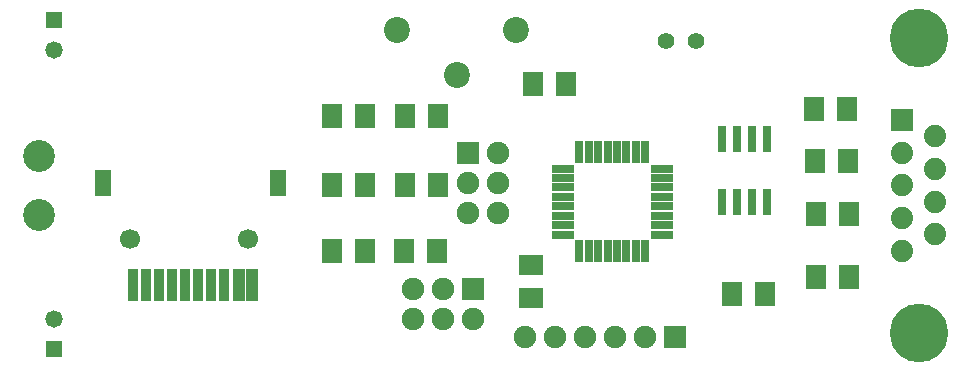
<source format=gbr>
G04 DipTrace 2.4.0.2*
%INÍèæíÿÿìàñêà.gbr*%
%MOIN*%
%ADD46C,0.0669*%
%ADD57C,0.0559*%
%ADD65R,0.0748X0.0276*%
%ADD67R,0.0276X0.0748*%
%ADD71R,0.0315X0.0866*%
%ADD75R,0.0551X0.0866*%
%ADD77R,0.0413X0.1063*%
%ADD79R,0.0354X0.1063*%
%ADD81C,0.1063*%
%ADD83C,0.1953*%
%ADD85C,0.0744*%
%ADD87R,0.0744X0.0744*%
%ADD89C,0.0748*%
%ADD91R,0.0748X0.0748*%
%ADD93R,0.0579X0.0579*%
%ADD95C,0.0579*%
%ADD98R,0.0709X0.0787*%
%ADD100R,0.0787X0.0709*%
%ADD102C,0.0866*%
%FSLAX44Y44*%
G04*
G70*
G90*
G75*
G01*
%LNBotMask*%
%LPD*%
D102*
X17703Y15562D3*
X21640D3*
X19672Y14066D3*
D98*
X28840Y6761D3*
X29942D3*
X23328Y13750D3*
X22226D3*
D100*
X22141Y6625D3*
Y7727D3*
D98*
X31588Y12937D3*
X32690D3*
D95*
X6266Y5937D3*
D93*
Y4937D3*
D95*
Y14875D3*
D93*
Y15875D3*
D91*
X26956Y5312D3*
D89*
X25956D3*
X24956D3*
X23956D3*
X22956D3*
X21956D3*
D87*
X34516Y12562D3*
D85*
Y11471D3*
Y10381D3*
Y9290D3*
Y8200D3*
X35634Y12017D3*
Y10926D3*
Y9835D3*
Y8745D3*
D83*
X35075Y15300D3*
Y5461D3*
D81*
X5756Y9394D3*
Y11362D3*
D91*
X20236Y6929D3*
D89*
Y5929D3*
X19236Y6929D3*
Y5929D3*
X18236Y6929D3*
Y5929D3*
D91*
X20039Y11457D3*
D89*
X21039D3*
X20039Y10457D3*
X21039D3*
X20039Y9457D3*
X21039D3*
D79*
X8891Y7062D3*
X9324D3*
X9757D3*
X10190D3*
X10623D3*
X11056D3*
X11489D3*
D3*
X11922D3*
D77*
X12414D3*
X12869D3*
D75*
X7900Y10468D3*
X13733D3*
D46*
X8792Y8578D3*
X12729D3*
D98*
X32768Y7312D3*
X31666D3*
X31627Y11187D3*
X32729D3*
X31666Y9437D3*
X32769D3*
X19069Y10375D3*
X17967D3*
X15516D3*
X16618D3*
X19069Y12687D3*
X17967D3*
X15516D3*
X16618D3*
X19030Y8187D3*
X17927D3*
X15516D3*
X16618D3*
D71*
X28516Y11937D3*
X29016D3*
X29516D3*
X30016D3*
Y9811D3*
X29516D3*
X29016D3*
X28516D3*
D67*
X25965Y8181D3*
X25650D3*
X25335D3*
X25020D3*
X24705D3*
X24390D3*
X24075D3*
X23760D3*
D65*
X23209Y8732D3*
Y9047D3*
Y9362D3*
Y9677D3*
Y9992D3*
Y10307D3*
Y10622D3*
Y10937D3*
D67*
X23760Y11488D3*
X24075D3*
X24390D3*
X24705D3*
X25020D3*
X25335D3*
X25650D3*
X25965D3*
D65*
X26516Y10937D3*
Y10622D3*
Y10307D3*
Y9992D3*
Y9677D3*
Y9362D3*
Y9047D3*
Y8732D3*
D57*
X27641Y15187D3*
X26641D3*
M02*

</source>
